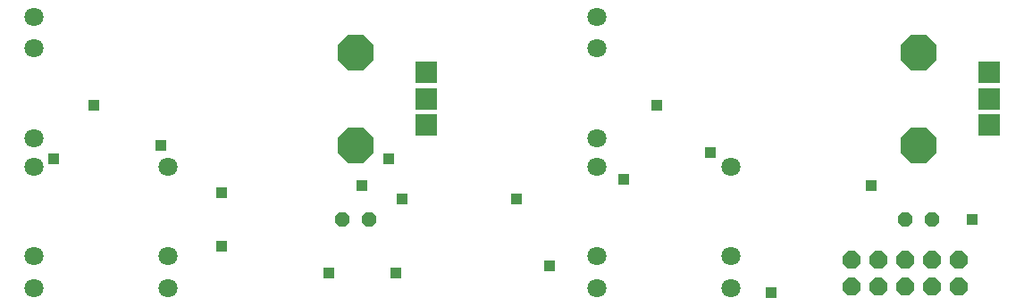
<source format=gbs>
G75*
%MOIN*%
%OFA0B0*%
%FSLAX25Y25*%
%IPPOS*%
%LPD*%
%AMOC8*
5,1,8,0,0,1.08239X$1,22.5*
%
%ADD10C,0.07096*%
%ADD11OC8,0.06600*%
%ADD12OC8,0.05400*%
%ADD13R,0.08000X0.08000*%
%ADD14OC8,0.13261*%
%ADD15R,0.04362X0.04362*%
D10*
X0021000Y0034031D03*
X0021000Y0045842D03*
X0071000Y0045842D03*
X0071000Y0034031D03*
X0071000Y0079307D03*
X0021000Y0079307D03*
X0021000Y0089937D03*
X0021000Y0123401D03*
X0021000Y0135212D03*
X0231000Y0135212D03*
X0231000Y0123401D03*
X0231000Y0089937D03*
X0231000Y0079307D03*
X0281000Y0079307D03*
X0281000Y0045842D03*
X0281000Y0034031D03*
X0231000Y0034031D03*
X0231000Y0045842D03*
D11*
X0326000Y0044622D03*
X0336000Y0044622D03*
X0346000Y0044622D03*
X0356000Y0044622D03*
X0366000Y0044622D03*
X0366000Y0034622D03*
X0356000Y0034622D03*
X0346000Y0034622D03*
X0336000Y0034622D03*
X0326000Y0034622D03*
D12*
X0346000Y0059622D03*
X0356000Y0059622D03*
X0146000Y0059622D03*
X0136000Y0059622D03*
D13*
X0167378Y0094779D03*
X0167378Y0104622D03*
X0167378Y0114464D03*
X0377378Y0114464D03*
X0377378Y0104622D03*
X0377378Y0094779D03*
D14*
X0351000Y0087299D03*
X0351000Y0121945D03*
X0141000Y0121945D03*
X0141000Y0087299D03*
D15*
X0153500Y0082122D03*
X0143500Y0072122D03*
X0158500Y0067122D03*
X0201000Y0067122D03*
X0241000Y0074622D03*
X0273500Y0084622D03*
X0253500Y0102122D03*
X0333500Y0072122D03*
X0371000Y0059622D03*
X0296000Y0032122D03*
X0213500Y0042122D03*
X0156000Y0039622D03*
X0131000Y0039622D03*
X0091000Y0049622D03*
X0091000Y0069622D03*
X0068500Y0087122D03*
X0043500Y0102122D03*
X0028500Y0082122D03*
M02*

</source>
